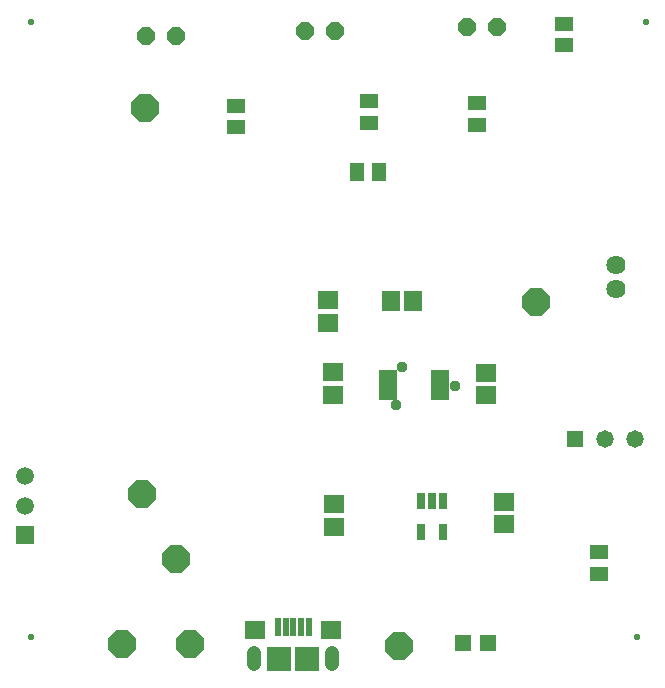
<source format=gbr>
G04 EAGLE Gerber RS-274X export*
G75*
%MOMM*%
%FSLAX34Y34*%
%LPD*%
%INSoldermask Top*%
%IPPOS*%
%AMOC8*
5,1,8,0,0,1.08239X$1,22.5*%
G01*
G04 Define Apertures*
%ADD10C,0.553200*%
%ADD11R,1.703200X1.503200*%
%ADD12R,1.503200X1.703200*%
%ADD13C,1.625600*%
%ADD14R,0.603200X1.553200*%
%ADD15R,1.803200X1.603200*%
%ADD16R,2.103200X2.103200*%
%ADD17C,1.211200*%
%ADD18P,1.64956X8X202.5*%
%ADD19R,1.403200X1.403200*%
%ADD20R,1.623400X1.234400*%
%ADD21R,1.234400X1.623400*%
%ADD22R,1.471200X1.471200*%
%ADD23C,1.471200*%
%ADD24R,1.511200X1.511200*%
%ADD25C,1.511200*%
%ADD26P,2.55682X8X22.5*%
%ADD27R,1.562100X0.482600*%
%ADD28R,0.753200X1.403200*%
%ADD29C,0.959600*%
D10*
X558800Y558800D03*
X38100Y558800D03*
X551500Y38100D03*
X38100Y38100D03*
D11*
X423730Y243070D03*
X423730Y262070D03*
X293580Y243550D03*
X293580Y262550D03*
X290020Y304680D03*
X290020Y323680D03*
D12*
X342680Y322820D03*
X361680Y322820D03*
D11*
X294810Y150810D03*
X294810Y131810D03*
X438910Y133950D03*
X438910Y152950D03*
D13*
X533440Y353310D03*
X533440Y333310D03*
D14*
X247235Y46990D03*
X253735Y46990D03*
X260235Y46990D03*
X266735Y46990D03*
X273235Y46990D03*
D15*
X228235Y44740D03*
X292235Y44740D03*
D16*
X248235Y20240D03*
X272235Y20240D03*
D17*
X227235Y15200D02*
X227235Y25280D01*
X293235Y25280D02*
X293235Y15200D01*
D18*
X295960Y551340D03*
X270560Y551340D03*
X161310Y547651D03*
X135910Y547651D03*
X432430Y554710D03*
X407030Y554710D03*
D19*
X403970Y33710D03*
X424970Y33710D03*
D20*
X519050Y110585D03*
X519050Y92195D03*
X211920Y469905D03*
X211920Y488295D03*
X415596Y472203D03*
X415596Y490593D03*
X324298Y473521D03*
X324298Y491911D03*
D21*
X314095Y431770D03*
X332485Y431770D03*
D22*
X499190Y205980D03*
D23*
X524590Y205980D03*
X549990Y205980D03*
D20*
X489254Y539435D03*
X489254Y557825D03*
D24*
X32960Y124420D03*
D25*
X32960Y149420D03*
X32960Y174420D03*
D26*
X173140Y32460D03*
X115440Y32460D03*
X160810Y104560D03*
X132476Y159310D03*
X349910Y30680D03*
X466000Y322080D03*
X135050Y486338D03*
D27*
X340706Y261790D03*
X340706Y256790D03*
X340706Y251790D03*
X340706Y246790D03*
X340706Y241790D03*
X384774Y241790D03*
X384774Y246790D03*
X384774Y251790D03*
X384774Y256790D03*
X384774Y261790D03*
D28*
X387470Y153470D03*
X377970Y153470D03*
X368470Y153470D03*
X368470Y127470D03*
X387470Y127470D03*
D29*
X352425Y266700D03*
X396875Y250825D03*
X347663Y234950D03*
M02*

</source>
